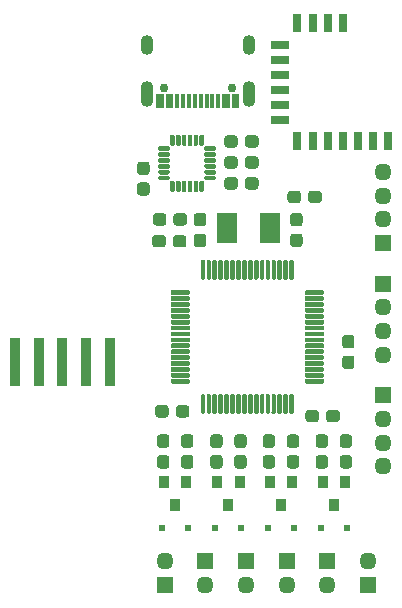
<source format=gbr>
%TF.GenerationSoftware,KiCad,Pcbnew,(5.1.6-0-10_14)*%
%TF.CreationDate,2020-11-30T17:01:27+08:00*%
%TF.ProjectId,Quadrotor,51756164-726f-4746-9f72-2e6b69636164,rev?*%
%TF.SameCoordinates,Original*%
%TF.FileFunction,Soldermask,Top*%
%TF.FilePolarity,Negative*%
%FSLAX46Y46*%
G04 Gerber Fmt 4.6, Leading zero omitted, Abs format (unit mm)*
G04 Created by KiCad (PCBNEW (5.1.6-0-10_14)) date 2020-11-30 17:01:27*
%MOMM*%
%LPD*%
G01*
G04 APERTURE LIST*
%ADD10O,1.450000X1.450000*%
%ADD11R,1.450000X1.450000*%
%ADD12R,0.950000X4.100000*%
%ADD13R,1.800000X2.500000*%
%ADD14R,0.800000X1.500000*%
%ADD15R,1.500000X0.800000*%
%ADD16R,0.900000X1.000000*%
%ADD17R,0.400000X1.250000*%
%ADD18C,0.750000*%
%ADD19O,1.100000X1.700000*%
%ADD20O,1.100000X2.200000*%
%ADD21R,0.600000X0.600000*%
G04 APERTURE END LIST*
D10*
%TO.C,J4*%
X120100000Y-146500000D03*
D11*
X120100000Y-148500000D03*
%TD*%
D12*
%TO.C,U2*%
X107450000Y-129650000D03*
X109450000Y-129650000D03*
X111450000Y-129650000D03*
X113450000Y-129650000D03*
X115450000Y-129650000D03*
%TD*%
D13*
%TO.C,Y1*%
X125350000Y-118250000D03*
X129050000Y-118250000D03*
%TD*%
D14*
%TO.C,U7*%
X131350000Y-100950000D03*
X132630000Y-100950000D03*
X133910000Y-100950000D03*
D15*
X129850000Y-109150000D03*
X129850000Y-107870000D03*
X129850000Y-106590000D03*
X129850000Y-105310000D03*
X129850000Y-104030000D03*
D14*
X131350000Y-110950000D03*
X132630000Y-110950000D03*
X133910000Y-110950000D03*
X135190000Y-110950000D03*
X136470000Y-110950000D03*
X137750000Y-110950000D03*
D15*
X129850000Y-102750000D03*
D14*
X135190000Y-100950000D03*
X139030000Y-110950000D03*
%TD*%
%TO.C,U6*%
G36*
G01*
X123475000Y-111650000D02*
X123475000Y-111450000D01*
G75*
G02*
X123575000Y-111350000I100000J0D01*
G01*
X124325000Y-111350000D01*
G75*
G02*
X124425000Y-111450000I0J-100000D01*
G01*
X124425000Y-111650000D01*
G75*
G02*
X124325000Y-111750000I-100000J0D01*
G01*
X123575000Y-111750000D01*
G75*
G02*
X123475000Y-111650000I0J100000D01*
G01*
G37*
G36*
G01*
X123475000Y-112150000D02*
X123475000Y-111950000D01*
G75*
G02*
X123575000Y-111850000I100000J0D01*
G01*
X124325000Y-111850000D01*
G75*
G02*
X124425000Y-111950000I0J-100000D01*
G01*
X124425000Y-112150000D01*
G75*
G02*
X124325000Y-112250000I-100000J0D01*
G01*
X123575000Y-112250000D01*
G75*
G02*
X123475000Y-112150000I0J100000D01*
G01*
G37*
G36*
G01*
X123475000Y-112650000D02*
X123475000Y-112450000D01*
G75*
G02*
X123575000Y-112350000I100000J0D01*
G01*
X124325000Y-112350000D01*
G75*
G02*
X124425000Y-112450000I0J-100000D01*
G01*
X124425000Y-112650000D01*
G75*
G02*
X124325000Y-112750000I-100000J0D01*
G01*
X123575000Y-112750000D01*
G75*
G02*
X123475000Y-112650000I0J100000D01*
G01*
G37*
G36*
G01*
X123475000Y-113150000D02*
X123475000Y-112950000D01*
G75*
G02*
X123575000Y-112850000I100000J0D01*
G01*
X124325000Y-112850000D01*
G75*
G02*
X124425000Y-112950000I0J-100000D01*
G01*
X124425000Y-113150000D01*
G75*
G02*
X124325000Y-113250000I-100000J0D01*
G01*
X123575000Y-113250000D01*
G75*
G02*
X123475000Y-113150000I0J100000D01*
G01*
G37*
G36*
G01*
X123475000Y-113650000D02*
X123475000Y-113450000D01*
G75*
G02*
X123575000Y-113350000I100000J0D01*
G01*
X124325000Y-113350000D01*
G75*
G02*
X124425000Y-113450000I0J-100000D01*
G01*
X124425000Y-113650000D01*
G75*
G02*
X124325000Y-113750000I-100000J0D01*
G01*
X123575000Y-113750000D01*
G75*
G02*
X123475000Y-113650000I0J100000D01*
G01*
G37*
G36*
G01*
X123475000Y-114150000D02*
X123475000Y-113950000D01*
G75*
G02*
X123575000Y-113850000I100000J0D01*
G01*
X124325000Y-113850000D01*
G75*
G02*
X124425000Y-113950000I0J-100000D01*
G01*
X124425000Y-114150000D01*
G75*
G02*
X124325000Y-114250000I-100000J0D01*
G01*
X123575000Y-114250000D01*
G75*
G02*
X123475000Y-114150000I0J100000D01*
G01*
G37*
G36*
G01*
X123150000Y-114275000D02*
X123350000Y-114275000D01*
G75*
G02*
X123450000Y-114375000I0J-100000D01*
G01*
X123450000Y-115125000D01*
G75*
G02*
X123350000Y-115225000I-100000J0D01*
G01*
X123150000Y-115225000D01*
G75*
G02*
X123050000Y-115125000I0J100000D01*
G01*
X123050000Y-114375000D01*
G75*
G02*
X123150000Y-114275000I100000J0D01*
G01*
G37*
G36*
G01*
X122650000Y-114275000D02*
X122850000Y-114275000D01*
G75*
G02*
X122950000Y-114375000I0J-100000D01*
G01*
X122950000Y-115125000D01*
G75*
G02*
X122850000Y-115225000I-100000J0D01*
G01*
X122650000Y-115225000D01*
G75*
G02*
X122550000Y-115125000I0J100000D01*
G01*
X122550000Y-114375000D01*
G75*
G02*
X122650000Y-114275000I100000J0D01*
G01*
G37*
G36*
G01*
X122150000Y-114275000D02*
X122350000Y-114275000D01*
G75*
G02*
X122450000Y-114375000I0J-100000D01*
G01*
X122450000Y-115125000D01*
G75*
G02*
X122350000Y-115225000I-100000J0D01*
G01*
X122150000Y-115225000D01*
G75*
G02*
X122050000Y-115125000I0J100000D01*
G01*
X122050000Y-114375000D01*
G75*
G02*
X122150000Y-114275000I100000J0D01*
G01*
G37*
G36*
G01*
X121650000Y-114275000D02*
X121850000Y-114275000D01*
G75*
G02*
X121950000Y-114375000I0J-100000D01*
G01*
X121950000Y-115125000D01*
G75*
G02*
X121850000Y-115225000I-100000J0D01*
G01*
X121650000Y-115225000D01*
G75*
G02*
X121550000Y-115125000I0J100000D01*
G01*
X121550000Y-114375000D01*
G75*
G02*
X121650000Y-114275000I100000J0D01*
G01*
G37*
G36*
G01*
X121150000Y-114275000D02*
X121350000Y-114275000D01*
G75*
G02*
X121450000Y-114375000I0J-100000D01*
G01*
X121450000Y-115125000D01*
G75*
G02*
X121350000Y-115225000I-100000J0D01*
G01*
X121150000Y-115225000D01*
G75*
G02*
X121050000Y-115125000I0J100000D01*
G01*
X121050000Y-114375000D01*
G75*
G02*
X121150000Y-114275000I100000J0D01*
G01*
G37*
G36*
G01*
X120650000Y-114275000D02*
X120850000Y-114275000D01*
G75*
G02*
X120950000Y-114375000I0J-100000D01*
G01*
X120950000Y-115125000D01*
G75*
G02*
X120850000Y-115225000I-100000J0D01*
G01*
X120650000Y-115225000D01*
G75*
G02*
X120550000Y-115125000I0J100000D01*
G01*
X120550000Y-114375000D01*
G75*
G02*
X120650000Y-114275000I100000J0D01*
G01*
G37*
G36*
G01*
X119575000Y-114150000D02*
X119575000Y-113950000D01*
G75*
G02*
X119675000Y-113850000I100000J0D01*
G01*
X120425000Y-113850000D01*
G75*
G02*
X120525000Y-113950000I0J-100000D01*
G01*
X120525000Y-114150000D01*
G75*
G02*
X120425000Y-114250000I-100000J0D01*
G01*
X119675000Y-114250000D01*
G75*
G02*
X119575000Y-114150000I0J100000D01*
G01*
G37*
G36*
G01*
X119575000Y-113650000D02*
X119575000Y-113450000D01*
G75*
G02*
X119675000Y-113350000I100000J0D01*
G01*
X120425000Y-113350000D01*
G75*
G02*
X120525000Y-113450000I0J-100000D01*
G01*
X120525000Y-113650000D01*
G75*
G02*
X120425000Y-113750000I-100000J0D01*
G01*
X119675000Y-113750000D01*
G75*
G02*
X119575000Y-113650000I0J100000D01*
G01*
G37*
G36*
G01*
X119575000Y-113150000D02*
X119575000Y-112950000D01*
G75*
G02*
X119675000Y-112850000I100000J0D01*
G01*
X120425000Y-112850000D01*
G75*
G02*
X120525000Y-112950000I0J-100000D01*
G01*
X120525000Y-113150000D01*
G75*
G02*
X120425000Y-113250000I-100000J0D01*
G01*
X119675000Y-113250000D01*
G75*
G02*
X119575000Y-113150000I0J100000D01*
G01*
G37*
G36*
G01*
X119575000Y-112650000D02*
X119575000Y-112450000D01*
G75*
G02*
X119675000Y-112350000I100000J0D01*
G01*
X120425000Y-112350000D01*
G75*
G02*
X120525000Y-112450000I0J-100000D01*
G01*
X120525000Y-112650000D01*
G75*
G02*
X120425000Y-112750000I-100000J0D01*
G01*
X119675000Y-112750000D01*
G75*
G02*
X119575000Y-112650000I0J100000D01*
G01*
G37*
G36*
G01*
X119575000Y-112150000D02*
X119575000Y-111950000D01*
G75*
G02*
X119675000Y-111850000I100000J0D01*
G01*
X120425000Y-111850000D01*
G75*
G02*
X120525000Y-111950000I0J-100000D01*
G01*
X120525000Y-112150000D01*
G75*
G02*
X120425000Y-112250000I-100000J0D01*
G01*
X119675000Y-112250000D01*
G75*
G02*
X119575000Y-112150000I0J100000D01*
G01*
G37*
G36*
G01*
X119575000Y-111650000D02*
X119575000Y-111450000D01*
G75*
G02*
X119675000Y-111350000I100000J0D01*
G01*
X120425000Y-111350000D01*
G75*
G02*
X120525000Y-111450000I0J-100000D01*
G01*
X120525000Y-111650000D01*
G75*
G02*
X120425000Y-111750000I-100000J0D01*
G01*
X119675000Y-111750000D01*
G75*
G02*
X119575000Y-111650000I0J100000D01*
G01*
G37*
G36*
G01*
X120650000Y-110375000D02*
X120850000Y-110375000D01*
G75*
G02*
X120950000Y-110475000I0J-100000D01*
G01*
X120950000Y-111225000D01*
G75*
G02*
X120850000Y-111325000I-100000J0D01*
G01*
X120650000Y-111325000D01*
G75*
G02*
X120550000Y-111225000I0J100000D01*
G01*
X120550000Y-110475000D01*
G75*
G02*
X120650000Y-110375000I100000J0D01*
G01*
G37*
G36*
G01*
X121150000Y-110375000D02*
X121350000Y-110375000D01*
G75*
G02*
X121450000Y-110475000I0J-100000D01*
G01*
X121450000Y-111225000D01*
G75*
G02*
X121350000Y-111325000I-100000J0D01*
G01*
X121150000Y-111325000D01*
G75*
G02*
X121050000Y-111225000I0J100000D01*
G01*
X121050000Y-110475000D01*
G75*
G02*
X121150000Y-110375000I100000J0D01*
G01*
G37*
G36*
G01*
X121650000Y-110375000D02*
X121850000Y-110375000D01*
G75*
G02*
X121950000Y-110475000I0J-100000D01*
G01*
X121950000Y-111225000D01*
G75*
G02*
X121850000Y-111325000I-100000J0D01*
G01*
X121650000Y-111325000D01*
G75*
G02*
X121550000Y-111225000I0J100000D01*
G01*
X121550000Y-110475000D01*
G75*
G02*
X121650000Y-110375000I100000J0D01*
G01*
G37*
G36*
G01*
X122150000Y-110375000D02*
X122350000Y-110375000D01*
G75*
G02*
X122450000Y-110475000I0J-100000D01*
G01*
X122450000Y-111225000D01*
G75*
G02*
X122350000Y-111325000I-100000J0D01*
G01*
X122150000Y-111325000D01*
G75*
G02*
X122050000Y-111225000I0J100000D01*
G01*
X122050000Y-110475000D01*
G75*
G02*
X122150000Y-110375000I100000J0D01*
G01*
G37*
G36*
G01*
X122650000Y-110375000D02*
X122850000Y-110375000D01*
G75*
G02*
X122950000Y-110475000I0J-100000D01*
G01*
X122950000Y-111225000D01*
G75*
G02*
X122850000Y-111325000I-100000J0D01*
G01*
X122650000Y-111325000D01*
G75*
G02*
X122550000Y-111225000I0J100000D01*
G01*
X122550000Y-110475000D01*
G75*
G02*
X122650000Y-110375000I100000J0D01*
G01*
G37*
G36*
G01*
X123150000Y-110375000D02*
X123350000Y-110375000D01*
G75*
G02*
X123450000Y-110475000I0J-100000D01*
G01*
X123450000Y-111225000D01*
G75*
G02*
X123350000Y-111325000I-100000J0D01*
G01*
X123150000Y-111325000D01*
G75*
G02*
X123050000Y-111225000I0J100000D01*
G01*
X123050000Y-110475000D01*
G75*
G02*
X123150000Y-110375000I100000J0D01*
G01*
G37*
%TD*%
%TO.C,U1*%
G36*
G01*
X132050000Y-123550000D02*
X133500000Y-123550000D01*
G75*
G02*
X133600000Y-123650000I0J-100000D01*
G01*
X133600000Y-123850000D01*
G75*
G02*
X133500000Y-123950000I-100000J0D01*
G01*
X132050000Y-123950000D01*
G75*
G02*
X131950000Y-123850000I0J100000D01*
G01*
X131950000Y-123650000D01*
G75*
G02*
X132050000Y-123550000I100000J0D01*
G01*
G37*
G36*
G01*
X132050000Y-124050000D02*
X133500000Y-124050000D01*
G75*
G02*
X133600000Y-124150000I0J-100000D01*
G01*
X133600000Y-124350000D01*
G75*
G02*
X133500000Y-124450000I-100000J0D01*
G01*
X132050000Y-124450000D01*
G75*
G02*
X131950000Y-124350000I0J100000D01*
G01*
X131950000Y-124150000D01*
G75*
G02*
X132050000Y-124050000I100000J0D01*
G01*
G37*
G36*
G01*
X132050000Y-124550000D02*
X133500000Y-124550000D01*
G75*
G02*
X133600000Y-124650000I0J-100000D01*
G01*
X133600000Y-124850000D01*
G75*
G02*
X133500000Y-124950000I-100000J0D01*
G01*
X132050000Y-124950000D01*
G75*
G02*
X131950000Y-124850000I0J100000D01*
G01*
X131950000Y-124650000D01*
G75*
G02*
X132050000Y-124550000I100000J0D01*
G01*
G37*
G36*
G01*
X132050000Y-125050000D02*
X133500000Y-125050000D01*
G75*
G02*
X133600000Y-125150000I0J-100000D01*
G01*
X133600000Y-125350000D01*
G75*
G02*
X133500000Y-125450000I-100000J0D01*
G01*
X132050000Y-125450000D01*
G75*
G02*
X131950000Y-125350000I0J100000D01*
G01*
X131950000Y-125150000D01*
G75*
G02*
X132050000Y-125050000I100000J0D01*
G01*
G37*
G36*
G01*
X132050000Y-125550000D02*
X133500000Y-125550000D01*
G75*
G02*
X133600000Y-125650000I0J-100000D01*
G01*
X133600000Y-125850000D01*
G75*
G02*
X133500000Y-125950000I-100000J0D01*
G01*
X132050000Y-125950000D01*
G75*
G02*
X131950000Y-125850000I0J100000D01*
G01*
X131950000Y-125650000D01*
G75*
G02*
X132050000Y-125550000I100000J0D01*
G01*
G37*
G36*
G01*
X132050000Y-126050000D02*
X133500000Y-126050000D01*
G75*
G02*
X133600000Y-126150000I0J-100000D01*
G01*
X133600000Y-126350000D01*
G75*
G02*
X133500000Y-126450000I-100000J0D01*
G01*
X132050000Y-126450000D01*
G75*
G02*
X131950000Y-126350000I0J100000D01*
G01*
X131950000Y-126150000D01*
G75*
G02*
X132050000Y-126050000I100000J0D01*
G01*
G37*
G36*
G01*
X132050000Y-126550000D02*
X133500000Y-126550000D01*
G75*
G02*
X133600000Y-126650000I0J-100000D01*
G01*
X133600000Y-126850000D01*
G75*
G02*
X133500000Y-126950000I-100000J0D01*
G01*
X132050000Y-126950000D01*
G75*
G02*
X131950000Y-126850000I0J100000D01*
G01*
X131950000Y-126650000D01*
G75*
G02*
X132050000Y-126550000I100000J0D01*
G01*
G37*
G36*
G01*
X132050000Y-127050000D02*
X133500000Y-127050000D01*
G75*
G02*
X133600000Y-127150000I0J-100000D01*
G01*
X133600000Y-127350000D01*
G75*
G02*
X133500000Y-127450000I-100000J0D01*
G01*
X132050000Y-127450000D01*
G75*
G02*
X131950000Y-127350000I0J100000D01*
G01*
X131950000Y-127150000D01*
G75*
G02*
X132050000Y-127050000I100000J0D01*
G01*
G37*
G36*
G01*
X132050000Y-127550000D02*
X133500000Y-127550000D01*
G75*
G02*
X133600000Y-127650000I0J-100000D01*
G01*
X133600000Y-127850000D01*
G75*
G02*
X133500000Y-127950000I-100000J0D01*
G01*
X132050000Y-127950000D01*
G75*
G02*
X131950000Y-127850000I0J100000D01*
G01*
X131950000Y-127650000D01*
G75*
G02*
X132050000Y-127550000I100000J0D01*
G01*
G37*
G36*
G01*
X132050000Y-128050000D02*
X133500000Y-128050000D01*
G75*
G02*
X133600000Y-128150000I0J-100000D01*
G01*
X133600000Y-128350000D01*
G75*
G02*
X133500000Y-128450000I-100000J0D01*
G01*
X132050000Y-128450000D01*
G75*
G02*
X131950000Y-128350000I0J100000D01*
G01*
X131950000Y-128150000D01*
G75*
G02*
X132050000Y-128050000I100000J0D01*
G01*
G37*
G36*
G01*
X132050000Y-128550000D02*
X133500000Y-128550000D01*
G75*
G02*
X133600000Y-128650000I0J-100000D01*
G01*
X133600000Y-128850000D01*
G75*
G02*
X133500000Y-128950000I-100000J0D01*
G01*
X132050000Y-128950000D01*
G75*
G02*
X131950000Y-128850000I0J100000D01*
G01*
X131950000Y-128650000D01*
G75*
G02*
X132050000Y-128550000I100000J0D01*
G01*
G37*
G36*
G01*
X132050000Y-129050000D02*
X133500000Y-129050000D01*
G75*
G02*
X133600000Y-129150000I0J-100000D01*
G01*
X133600000Y-129350000D01*
G75*
G02*
X133500000Y-129450000I-100000J0D01*
G01*
X132050000Y-129450000D01*
G75*
G02*
X131950000Y-129350000I0J100000D01*
G01*
X131950000Y-129150000D01*
G75*
G02*
X132050000Y-129050000I100000J0D01*
G01*
G37*
G36*
G01*
X132050000Y-129550000D02*
X133500000Y-129550000D01*
G75*
G02*
X133600000Y-129650000I0J-100000D01*
G01*
X133600000Y-129850000D01*
G75*
G02*
X133500000Y-129950000I-100000J0D01*
G01*
X132050000Y-129950000D01*
G75*
G02*
X131950000Y-129850000I0J100000D01*
G01*
X131950000Y-129650000D01*
G75*
G02*
X132050000Y-129550000I100000J0D01*
G01*
G37*
G36*
G01*
X132050000Y-130050000D02*
X133500000Y-130050000D01*
G75*
G02*
X133600000Y-130150000I0J-100000D01*
G01*
X133600000Y-130350000D01*
G75*
G02*
X133500000Y-130450000I-100000J0D01*
G01*
X132050000Y-130450000D01*
G75*
G02*
X131950000Y-130350000I0J100000D01*
G01*
X131950000Y-130150000D01*
G75*
G02*
X132050000Y-130050000I100000J0D01*
G01*
G37*
G36*
G01*
X132050000Y-130550000D02*
X133500000Y-130550000D01*
G75*
G02*
X133600000Y-130650000I0J-100000D01*
G01*
X133600000Y-130850000D01*
G75*
G02*
X133500000Y-130950000I-100000J0D01*
G01*
X132050000Y-130950000D01*
G75*
G02*
X131950000Y-130850000I0J100000D01*
G01*
X131950000Y-130650000D01*
G75*
G02*
X132050000Y-130550000I100000J0D01*
G01*
G37*
G36*
G01*
X132050000Y-131050000D02*
X133500000Y-131050000D01*
G75*
G02*
X133600000Y-131150000I0J-100000D01*
G01*
X133600000Y-131350000D01*
G75*
G02*
X133500000Y-131450000I-100000J0D01*
G01*
X132050000Y-131450000D01*
G75*
G02*
X131950000Y-131350000I0J100000D01*
G01*
X131950000Y-131150000D01*
G75*
G02*
X132050000Y-131050000I100000J0D01*
G01*
G37*
G36*
G01*
X130750000Y-132350000D02*
X130950000Y-132350000D01*
G75*
G02*
X131050000Y-132450000I0J-100000D01*
G01*
X131050000Y-133900000D01*
G75*
G02*
X130950000Y-134000000I-100000J0D01*
G01*
X130750000Y-134000000D01*
G75*
G02*
X130650000Y-133900000I0J100000D01*
G01*
X130650000Y-132450000D01*
G75*
G02*
X130750000Y-132350000I100000J0D01*
G01*
G37*
G36*
G01*
X130250000Y-132350000D02*
X130450000Y-132350000D01*
G75*
G02*
X130550000Y-132450000I0J-100000D01*
G01*
X130550000Y-133900000D01*
G75*
G02*
X130450000Y-134000000I-100000J0D01*
G01*
X130250000Y-134000000D01*
G75*
G02*
X130150000Y-133900000I0J100000D01*
G01*
X130150000Y-132450000D01*
G75*
G02*
X130250000Y-132350000I100000J0D01*
G01*
G37*
G36*
G01*
X129750000Y-132350000D02*
X129950000Y-132350000D01*
G75*
G02*
X130050000Y-132450000I0J-100000D01*
G01*
X130050000Y-133900000D01*
G75*
G02*
X129950000Y-134000000I-100000J0D01*
G01*
X129750000Y-134000000D01*
G75*
G02*
X129650000Y-133900000I0J100000D01*
G01*
X129650000Y-132450000D01*
G75*
G02*
X129750000Y-132350000I100000J0D01*
G01*
G37*
G36*
G01*
X129250000Y-132350000D02*
X129450000Y-132350000D01*
G75*
G02*
X129550000Y-132450000I0J-100000D01*
G01*
X129550000Y-133900000D01*
G75*
G02*
X129450000Y-134000000I-100000J0D01*
G01*
X129250000Y-134000000D01*
G75*
G02*
X129150000Y-133900000I0J100000D01*
G01*
X129150000Y-132450000D01*
G75*
G02*
X129250000Y-132350000I100000J0D01*
G01*
G37*
G36*
G01*
X128750000Y-132350000D02*
X128950000Y-132350000D01*
G75*
G02*
X129050000Y-132450000I0J-100000D01*
G01*
X129050000Y-133900000D01*
G75*
G02*
X128950000Y-134000000I-100000J0D01*
G01*
X128750000Y-134000000D01*
G75*
G02*
X128650000Y-133900000I0J100000D01*
G01*
X128650000Y-132450000D01*
G75*
G02*
X128750000Y-132350000I100000J0D01*
G01*
G37*
G36*
G01*
X128250000Y-132350000D02*
X128450000Y-132350000D01*
G75*
G02*
X128550000Y-132450000I0J-100000D01*
G01*
X128550000Y-133900000D01*
G75*
G02*
X128450000Y-134000000I-100000J0D01*
G01*
X128250000Y-134000000D01*
G75*
G02*
X128150000Y-133900000I0J100000D01*
G01*
X128150000Y-132450000D01*
G75*
G02*
X128250000Y-132350000I100000J0D01*
G01*
G37*
G36*
G01*
X127750000Y-132350000D02*
X127950000Y-132350000D01*
G75*
G02*
X128050000Y-132450000I0J-100000D01*
G01*
X128050000Y-133900000D01*
G75*
G02*
X127950000Y-134000000I-100000J0D01*
G01*
X127750000Y-134000000D01*
G75*
G02*
X127650000Y-133900000I0J100000D01*
G01*
X127650000Y-132450000D01*
G75*
G02*
X127750000Y-132350000I100000J0D01*
G01*
G37*
G36*
G01*
X127250000Y-132350000D02*
X127450000Y-132350000D01*
G75*
G02*
X127550000Y-132450000I0J-100000D01*
G01*
X127550000Y-133900000D01*
G75*
G02*
X127450000Y-134000000I-100000J0D01*
G01*
X127250000Y-134000000D01*
G75*
G02*
X127150000Y-133900000I0J100000D01*
G01*
X127150000Y-132450000D01*
G75*
G02*
X127250000Y-132350000I100000J0D01*
G01*
G37*
G36*
G01*
X126750000Y-132350000D02*
X126950000Y-132350000D01*
G75*
G02*
X127050000Y-132450000I0J-100000D01*
G01*
X127050000Y-133900000D01*
G75*
G02*
X126950000Y-134000000I-100000J0D01*
G01*
X126750000Y-134000000D01*
G75*
G02*
X126650000Y-133900000I0J100000D01*
G01*
X126650000Y-132450000D01*
G75*
G02*
X126750000Y-132350000I100000J0D01*
G01*
G37*
G36*
G01*
X126250000Y-132350000D02*
X126450000Y-132350000D01*
G75*
G02*
X126550000Y-132450000I0J-100000D01*
G01*
X126550000Y-133900000D01*
G75*
G02*
X126450000Y-134000000I-100000J0D01*
G01*
X126250000Y-134000000D01*
G75*
G02*
X126150000Y-133900000I0J100000D01*
G01*
X126150000Y-132450000D01*
G75*
G02*
X126250000Y-132350000I100000J0D01*
G01*
G37*
G36*
G01*
X125750000Y-132350000D02*
X125950000Y-132350000D01*
G75*
G02*
X126050000Y-132450000I0J-100000D01*
G01*
X126050000Y-133900000D01*
G75*
G02*
X125950000Y-134000000I-100000J0D01*
G01*
X125750000Y-134000000D01*
G75*
G02*
X125650000Y-133900000I0J100000D01*
G01*
X125650000Y-132450000D01*
G75*
G02*
X125750000Y-132350000I100000J0D01*
G01*
G37*
G36*
G01*
X125250000Y-132350000D02*
X125450000Y-132350000D01*
G75*
G02*
X125550000Y-132450000I0J-100000D01*
G01*
X125550000Y-133900000D01*
G75*
G02*
X125450000Y-134000000I-100000J0D01*
G01*
X125250000Y-134000000D01*
G75*
G02*
X125150000Y-133900000I0J100000D01*
G01*
X125150000Y-132450000D01*
G75*
G02*
X125250000Y-132350000I100000J0D01*
G01*
G37*
G36*
G01*
X124750000Y-132350000D02*
X124950000Y-132350000D01*
G75*
G02*
X125050000Y-132450000I0J-100000D01*
G01*
X125050000Y-133900000D01*
G75*
G02*
X124950000Y-134000000I-100000J0D01*
G01*
X124750000Y-134000000D01*
G75*
G02*
X124650000Y-133900000I0J100000D01*
G01*
X124650000Y-132450000D01*
G75*
G02*
X124750000Y-132350000I100000J0D01*
G01*
G37*
G36*
G01*
X124250000Y-132350000D02*
X124450000Y-132350000D01*
G75*
G02*
X124550000Y-132450000I0J-100000D01*
G01*
X124550000Y-133900000D01*
G75*
G02*
X124450000Y-134000000I-100000J0D01*
G01*
X124250000Y-134000000D01*
G75*
G02*
X124150000Y-133900000I0J100000D01*
G01*
X124150000Y-132450000D01*
G75*
G02*
X124250000Y-132350000I100000J0D01*
G01*
G37*
G36*
G01*
X123750000Y-132350000D02*
X123950000Y-132350000D01*
G75*
G02*
X124050000Y-132450000I0J-100000D01*
G01*
X124050000Y-133900000D01*
G75*
G02*
X123950000Y-134000000I-100000J0D01*
G01*
X123750000Y-134000000D01*
G75*
G02*
X123650000Y-133900000I0J100000D01*
G01*
X123650000Y-132450000D01*
G75*
G02*
X123750000Y-132350000I100000J0D01*
G01*
G37*
G36*
G01*
X123250000Y-132350000D02*
X123450000Y-132350000D01*
G75*
G02*
X123550000Y-132450000I0J-100000D01*
G01*
X123550000Y-133900000D01*
G75*
G02*
X123450000Y-134000000I-100000J0D01*
G01*
X123250000Y-134000000D01*
G75*
G02*
X123150000Y-133900000I0J100000D01*
G01*
X123150000Y-132450000D01*
G75*
G02*
X123250000Y-132350000I100000J0D01*
G01*
G37*
G36*
G01*
X120700000Y-131050000D02*
X122150000Y-131050000D01*
G75*
G02*
X122250000Y-131150000I0J-100000D01*
G01*
X122250000Y-131350000D01*
G75*
G02*
X122150000Y-131450000I-100000J0D01*
G01*
X120700000Y-131450000D01*
G75*
G02*
X120600000Y-131350000I0J100000D01*
G01*
X120600000Y-131150000D01*
G75*
G02*
X120700000Y-131050000I100000J0D01*
G01*
G37*
G36*
G01*
X120700000Y-130550000D02*
X122150000Y-130550000D01*
G75*
G02*
X122250000Y-130650000I0J-100000D01*
G01*
X122250000Y-130850000D01*
G75*
G02*
X122150000Y-130950000I-100000J0D01*
G01*
X120700000Y-130950000D01*
G75*
G02*
X120600000Y-130850000I0J100000D01*
G01*
X120600000Y-130650000D01*
G75*
G02*
X120700000Y-130550000I100000J0D01*
G01*
G37*
G36*
G01*
X120700000Y-130050000D02*
X122150000Y-130050000D01*
G75*
G02*
X122250000Y-130150000I0J-100000D01*
G01*
X122250000Y-130350000D01*
G75*
G02*
X122150000Y-130450000I-100000J0D01*
G01*
X120700000Y-130450000D01*
G75*
G02*
X120600000Y-130350000I0J100000D01*
G01*
X120600000Y-130150000D01*
G75*
G02*
X120700000Y-130050000I100000J0D01*
G01*
G37*
G36*
G01*
X120700000Y-129550000D02*
X122150000Y-129550000D01*
G75*
G02*
X122250000Y-129650000I0J-100000D01*
G01*
X122250000Y-129850000D01*
G75*
G02*
X122150000Y-129950000I-100000J0D01*
G01*
X120700000Y-129950000D01*
G75*
G02*
X120600000Y-129850000I0J100000D01*
G01*
X120600000Y-129650000D01*
G75*
G02*
X120700000Y-129550000I100000J0D01*
G01*
G37*
G36*
G01*
X120700000Y-129050000D02*
X122150000Y-129050000D01*
G75*
G02*
X122250000Y-129150000I0J-100000D01*
G01*
X122250000Y-129350000D01*
G75*
G02*
X122150000Y-129450000I-100000J0D01*
G01*
X120700000Y-129450000D01*
G75*
G02*
X120600000Y-129350000I0J100000D01*
G01*
X120600000Y-129150000D01*
G75*
G02*
X120700000Y-129050000I100000J0D01*
G01*
G37*
G36*
G01*
X120700000Y-128550000D02*
X122150000Y-128550000D01*
G75*
G02*
X122250000Y-128650000I0J-100000D01*
G01*
X122250000Y-128850000D01*
G75*
G02*
X122150000Y-128950000I-100000J0D01*
G01*
X120700000Y-128950000D01*
G75*
G02*
X120600000Y-128850000I0J100000D01*
G01*
X120600000Y-128650000D01*
G75*
G02*
X120700000Y-128550000I100000J0D01*
G01*
G37*
G36*
G01*
X120700000Y-128050000D02*
X122150000Y-128050000D01*
G75*
G02*
X122250000Y-128150000I0J-100000D01*
G01*
X122250000Y-128350000D01*
G75*
G02*
X122150000Y-128450000I-100000J0D01*
G01*
X120700000Y-128450000D01*
G75*
G02*
X120600000Y-128350000I0J100000D01*
G01*
X120600000Y-128150000D01*
G75*
G02*
X120700000Y-128050000I100000J0D01*
G01*
G37*
G36*
G01*
X120700000Y-127550000D02*
X122150000Y-127550000D01*
G75*
G02*
X122250000Y-127650000I0J-100000D01*
G01*
X122250000Y-127850000D01*
G75*
G02*
X122150000Y-127950000I-100000J0D01*
G01*
X120700000Y-127950000D01*
G75*
G02*
X120600000Y-127850000I0J100000D01*
G01*
X120600000Y-127650000D01*
G75*
G02*
X120700000Y-127550000I100000J0D01*
G01*
G37*
G36*
G01*
X120700000Y-127050000D02*
X122150000Y-127050000D01*
G75*
G02*
X122250000Y-127150000I0J-100000D01*
G01*
X122250000Y-127350000D01*
G75*
G02*
X122150000Y-127450000I-100000J0D01*
G01*
X120700000Y-127450000D01*
G75*
G02*
X120600000Y-127350000I0J100000D01*
G01*
X120600000Y-127150000D01*
G75*
G02*
X120700000Y-127050000I100000J0D01*
G01*
G37*
G36*
G01*
X120700000Y-126550000D02*
X122150000Y-126550000D01*
G75*
G02*
X122250000Y-126650000I0J-100000D01*
G01*
X122250000Y-126850000D01*
G75*
G02*
X122150000Y-126950000I-100000J0D01*
G01*
X120700000Y-126950000D01*
G75*
G02*
X120600000Y-126850000I0J100000D01*
G01*
X120600000Y-126650000D01*
G75*
G02*
X120700000Y-126550000I100000J0D01*
G01*
G37*
G36*
G01*
X120700000Y-126050000D02*
X122150000Y-126050000D01*
G75*
G02*
X122250000Y-126150000I0J-100000D01*
G01*
X122250000Y-126350000D01*
G75*
G02*
X122150000Y-126450000I-100000J0D01*
G01*
X120700000Y-126450000D01*
G75*
G02*
X120600000Y-126350000I0J100000D01*
G01*
X120600000Y-126150000D01*
G75*
G02*
X120700000Y-126050000I100000J0D01*
G01*
G37*
G36*
G01*
X120700000Y-125550000D02*
X122150000Y-125550000D01*
G75*
G02*
X122250000Y-125650000I0J-100000D01*
G01*
X122250000Y-125850000D01*
G75*
G02*
X122150000Y-125950000I-100000J0D01*
G01*
X120700000Y-125950000D01*
G75*
G02*
X120600000Y-125850000I0J100000D01*
G01*
X120600000Y-125650000D01*
G75*
G02*
X120700000Y-125550000I100000J0D01*
G01*
G37*
G36*
G01*
X120700000Y-125050000D02*
X122150000Y-125050000D01*
G75*
G02*
X122250000Y-125150000I0J-100000D01*
G01*
X122250000Y-125350000D01*
G75*
G02*
X122150000Y-125450000I-100000J0D01*
G01*
X120700000Y-125450000D01*
G75*
G02*
X120600000Y-125350000I0J100000D01*
G01*
X120600000Y-125150000D01*
G75*
G02*
X120700000Y-125050000I100000J0D01*
G01*
G37*
G36*
G01*
X120700000Y-124550000D02*
X122150000Y-124550000D01*
G75*
G02*
X122250000Y-124650000I0J-100000D01*
G01*
X122250000Y-124850000D01*
G75*
G02*
X122150000Y-124950000I-100000J0D01*
G01*
X120700000Y-124950000D01*
G75*
G02*
X120600000Y-124850000I0J100000D01*
G01*
X120600000Y-124650000D01*
G75*
G02*
X120700000Y-124550000I100000J0D01*
G01*
G37*
G36*
G01*
X120700000Y-124050000D02*
X122150000Y-124050000D01*
G75*
G02*
X122250000Y-124150000I0J-100000D01*
G01*
X122250000Y-124350000D01*
G75*
G02*
X122150000Y-124450000I-100000J0D01*
G01*
X120700000Y-124450000D01*
G75*
G02*
X120600000Y-124350000I0J100000D01*
G01*
X120600000Y-124150000D01*
G75*
G02*
X120700000Y-124050000I100000J0D01*
G01*
G37*
G36*
G01*
X120700000Y-123550000D02*
X122150000Y-123550000D01*
G75*
G02*
X122250000Y-123650000I0J-100000D01*
G01*
X122250000Y-123850000D01*
G75*
G02*
X122150000Y-123950000I-100000J0D01*
G01*
X120700000Y-123950000D01*
G75*
G02*
X120600000Y-123850000I0J100000D01*
G01*
X120600000Y-123650000D01*
G75*
G02*
X120700000Y-123550000I100000J0D01*
G01*
G37*
G36*
G01*
X123250000Y-121000000D02*
X123450000Y-121000000D01*
G75*
G02*
X123550000Y-121100000I0J-100000D01*
G01*
X123550000Y-122550000D01*
G75*
G02*
X123450000Y-122650000I-100000J0D01*
G01*
X123250000Y-122650000D01*
G75*
G02*
X123150000Y-122550000I0J100000D01*
G01*
X123150000Y-121100000D01*
G75*
G02*
X123250000Y-121000000I100000J0D01*
G01*
G37*
G36*
G01*
X123750000Y-121000000D02*
X123950000Y-121000000D01*
G75*
G02*
X124050000Y-121100000I0J-100000D01*
G01*
X124050000Y-122550000D01*
G75*
G02*
X123950000Y-122650000I-100000J0D01*
G01*
X123750000Y-122650000D01*
G75*
G02*
X123650000Y-122550000I0J100000D01*
G01*
X123650000Y-121100000D01*
G75*
G02*
X123750000Y-121000000I100000J0D01*
G01*
G37*
G36*
G01*
X124250000Y-121000000D02*
X124450000Y-121000000D01*
G75*
G02*
X124550000Y-121100000I0J-100000D01*
G01*
X124550000Y-122550000D01*
G75*
G02*
X124450000Y-122650000I-100000J0D01*
G01*
X124250000Y-122650000D01*
G75*
G02*
X124150000Y-122550000I0J100000D01*
G01*
X124150000Y-121100000D01*
G75*
G02*
X124250000Y-121000000I100000J0D01*
G01*
G37*
G36*
G01*
X124750000Y-121000000D02*
X124950000Y-121000000D01*
G75*
G02*
X125050000Y-121100000I0J-100000D01*
G01*
X125050000Y-122550000D01*
G75*
G02*
X124950000Y-122650000I-100000J0D01*
G01*
X124750000Y-122650000D01*
G75*
G02*
X124650000Y-122550000I0J100000D01*
G01*
X124650000Y-121100000D01*
G75*
G02*
X124750000Y-121000000I100000J0D01*
G01*
G37*
G36*
G01*
X125250000Y-121000000D02*
X125450000Y-121000000D01*
G75*
G02*
X125550000Y-121100000I0J-100000D01*
G01*
X125550000Y-122550000D01*
G75*
G02*
X125450000Y-122650000I-100000J0D01*
G01*
X125250000Y-122650000D01*
G75*
G02*
X125150000Y-122550000I0J100000D01*
G01*
X125150000Y-121100000D01*
G75*
G02*
X125250000Y-121000000I100000J0D01*
G01*
G37*
G36*
G01*
X125750000Y-121000000D02*
X125950000Y-121000000D01*
G75*
G02*
X126050000Y-121100000I0J-100000D01*
G01*
X126050000Y-122550000D01*
G75*
G02*
X125950000Y-122650000I-100000J0D01*
G01*
X125750000Y-122650000D01*
G75*
G02*
X125650000Y-122550000I0J100000D01*
G01*
X125650000Y-121100000D01*
G75*
G02*
X125750000Y-121000000I100000J0D01*
G01*
G37*
G36*
G01*
X126250000Y-121000000D02*
X126450000Y-121000000D01*
G75*
G02*
X126550000Y-121100000I0J-100000D01*
G01*
X126550000Y-122550000D01*
G75*
G02*
X126450000Y-122650000I-100000J0D01*
G01*
X126250000Y-122650000D01*
G75*
G02*
X126150000Y-122550000I0J100000D01*
G01*
X126150000Y-121100000D01*
G75*
G02*
X126250000Y-121000000I100000J0D01*
G01*
G37*
G36*
G01*
X126750000Y-121000000D02*
X126950000Y-121000000D01*
G75*
G02*
X127050000Y-121100000I0J-100000D01*
G01*
X127050000Y-122550000D01*
G75*
G02*
X126950000Y-122650000I-100000J0D01*
G01*
X126750000Y-122650000D01*
G75*
G02*
X126650000Y-122550000I0J100000D01*
G01*
X126650000Y-121100000D01*
G75*
G02*
X126750000Y-121000000I100000J0D01*
G01*
G37*
G36*
G01*
X127250000Y-121000000D02*
X127450000Y-121000000D01*
G75*
G02*
X127550000Y-121100000I0J-100000D01*
G01*
X127550000Y-122550000D01*
G75*
G02*
X127450000Y-122650000I-100000J0D01*
G01*
X127250000Y-122650000D01*
G75*
G02*
X127150000Y-122550000I0J100000D01*
G01*
X127150000Y-121100000D01*
G75*
G02*
X127250000Y-121000000I100000J0D01*
G01*
G37*
G36*
G01*
X127750000Y-121000000D02*
X127950000Y-121000000D01*
G75*
G02*
X128050000Y-121100000I0J-100000D01*
G01*
X128050000Y-122550000D01*
G75*
G02*
X127950000Y-122650000I-100000J0D01*
G01*
X127750000Y-122650000D01*
G75*
G02*
X127650000Y-122550000I0J100000D01*
G01*
X127650000Y-121100000D01*
G75*
G02*
X127750000Y-121000000I100000J0D01*
G01*
G37*
G36*
G01*
X128250000Y-121000000D02*
X128450000Y-121000000D01*
G75*
G02*
X128550000Y-121100000I0J-100000D01*
G01*
X128550000Y-122550000D01*
G75*
G02*
X128450000Y-122650000I-100000J0D01*
G01*
X128250000Y-122650000D01*
G75*
G02*
X128150000Y-122550000I0J100000D01*
G01*
X128150000Y-121100000D01*
G75*
G02*
X128250000Y-121000000I100000J0D01*
G01*
G37*
G36*
G01*
X128750000Y-121000000D02*
X128950000Y-121000000D01*
G75*
G02*
X129050000Y-121100000I0J-100000D01*
G01*
X129050000Y-122550000D01*
G75*
G02*
X128950000Y-122650000I-100000J0D01*
G01*
X128750000Y-122650000D01*
G75*
G02*
X128650000Y-122550000I0J100000D01*
G01*
X128650000Y-121100000D01*
G75*
G02*
X128750000Y-121000000I100000J0D01*
G01*
G37*
G36*
G01*
X129250000Y-121000000D02*
X129450000Y-121000000D01*
G75*
G02*
X129550000Y-121100000I0J-100000D01*
G01*
X129550000Y-122550000D01*
G75*
G02*
X129450000Y-122650000I-100000J0D01*
G01*
X129250000Y-122650000D01*
G75*
G02*
X129150000Y-122550000I0J100000D01*
G01*
X129150000Y-121100000D01*
G75*
G02*
X129250000Y-121000000I100000J0D01*
G01*
G37*
G36*
G01*
X129750000Y-121000000D02*
X129950000Y-121000000D01*
G75*
G02*
X130050000Y-121100000I0J-100000D01*
G01*
X130050000Y-122550000D01*
G75*
G02*
X129950000Y-122650000I-100000J0D01*
G01*
X129750000Y-122650000D01*
G75*
G02*
X129650000Y-122550000I0J100000D01*
G01*
X129650000Y-121100000D01*
G75*
G02*
X129750000Y-121000000I100000J0D01*
G01*
G37*
G36*
G01*
X130250000Y-121000000D02*
X130450000Y-121000000D01*
G75*
G02*
X130550000Y-121100000I0J-100000D01*
G01*
X130550000Y-122550000D01*
G75*
G02*
X130450000Y-122650000I-100000J0D01*
G01*
X130250000Y-122650000D01*
G75*
G02*
X130150000Y-122550000I0J100000D01*
G01*
X130150000Y-121100000D01*
G75*
G02*
X130250000Y-121000000I100000J0D01*
G01*
G37*
G36*
G01*
X130750000Y-121000000D02*
X130950000Y-121000000D01*
G75*
G02*
X131050000Y-121100000I0J-100000D01*
G01*
X131050000Y-122550000D01*
G75*
G02*
X130950000Y-122650000I-100000J0D01*
G01*
X130750000Y-122650000D01*
G75*
G02*
X130650000Y-122550000I0J100000D01*
G01*
X130650000Y-121100000D01*
G75*
G02*
X130750000Y-121000000I100000J0D01*
G01*
G37*
%TD*%
%TO.C,R24*%
G36*
G01*
X133672500Y-136900000D02*
X133147500Y-136900000D01*
G75*
G02*
X132885000Y-136637500I0J262500D01*
G01*
X132885000Y-136012500D01*
G75*
G02*
X133147500Y-135750000I262500J0D01*
G01*
X133672500Y-135750000D01*
G75*
G02*
X133935000Y-136012500I0J-262500D01*
G01*
X133935000Y-136637500D01*
G75*
G02*
X133672500Y-136900000I-262500J0D01*
G01*
G37*
G36*
G01*
X133672500Y-138650000D02*
X133147500Y-138650000D01*
G75*
G02*
X132885000Y-138387500I0J262500D01*
G01*
X132885000Y-137762500D01*
G75*
G02*
X133147500Y-137500000I262500J0D01*
G01*
X133672500Y-137500000D01*
G75*
G02*
X133935000Y-137762500I0J-262500D01*
G01*
X133935000Y-138387500D01*
G75*
G02*
X133672500Y-138650000I-262500J0D01*
G01*
G37*
%TD*%
%TO.C,R23*%
G36*
G01*
X124742500Y-136900000D02*
X124217500Y-136900000D01*
G75*
G02*
X123955000Y-136637500I0J262500D01*
G01*
X123955000Y-136012500D01*
G75*
G02*
X124217500Y-135750000I262500J0D01*
G01*
X124742500Y-135750000D01*
G75*
G02*
X125005000Y-136012500I0J-262500D01*
G01*
X125005000Y-136637500D01*
G75*
G02*
X124742500Y-136900000I-262500J0D01*
G01*
G37*
G36*
G01*
X124742500Y-138650000D02*
X124217500Y-138650000D01*
G75*
G02*
X123955000Y-138387500I0J262500D01*
G01*
X123955000Y-137762500D01*
G75*
G02*
X124217500Y-137500000I262500J0D01*
G01*
X124742500Y-137500000D01*
G75*
G02*
X125005000Y-137762500I0J-262500D01*
G01*
X125005000Y-138387500D01*
G75*
G02*
X124742500Y-138650000I-262500J0D01*
G01*
G37*
%TD*%
%TO.C,R22*%
G36*
G01*
X135712500Y-136900000D02*
X135187500Y-136900000D01*
G75*
G02*
X134925000Y-136637500I0J262500D01*
G01*
X134925000Y-136012500D01*
G75*
G02*
X135187500Y-135750000I262500J0D01*
G01*
X135712500Y-135750000D01*
G75*
G02*
X135975000Y-136012500I0J-262500D01*
G01*
X135975000Y-136637500D01*
G75*
G02*
X135712500Y-136900000I-262500J0D01*
G01*
G37*
G36*
G01*
X135712500Y-138650000D02*
X135187500Y-138650000D01*
G75*
G02*
X134925000Y-138387500I0J262500D01*
G01*
X134925000Y-137762500D01*
G75*
G02*
X135187500Y-137500000I262500J0D01*
G01*
X135712500Y-137500000D01*
G75*
G02*
X135975000Y-137762500I0J-262500D01*
G01*
X135975000Y-138387500D01*
G75*
G02*
X135712500Y-138650000I-262500J0D01*
G01*
G37*
%TD*%
%TO.C,R21*%
G36*
G01*
X126782500Y-136900000D02*
X126257500Y-136900000D01*
G75*
G02*
X125995000Y-136637500I0J262500D01*
G01*
X125995000Y-136012500D01*
G75*
G02*
X126257500Y-135750000I262500J0D01*
G01*
X126782500Y-135750000D01*
G75*
G02*
X127045000Y-136012500I0J-262500D01*
G01*
X127045000Y-136637500D01*
G75*
G02*
X126782500Y-136900000I-262500J0D01*
G01*
G37*
G36*
G01*
X126782500Y-138650000D02*
X126257500Y-138650000D01*
G75*
G02*
X125995000Y-138387500I0J262500D01*
G01*
X125995000Y-137762500D01*
G75*
G02*
X126257500Y-137500000I262500J0D01*
G01*
X126782500Y-137500000D01*
G75*
G02*
X127045000Y-137762500I0J-262500D01*
G01*
X127045000Y-138387500D01*
G75*
G02*
X126782500Y-138650000I-262500J0D01*
G01*
G37*
%TD*%
%TO.C,R20*%
G36*
G01*
X129192500Y-136900000D02*
X128667500Y-136900000D01*
G75*
G02*
X128405000Y-136637500I0J262500D01*
G01*
X128405000Y-136012500D01*
G75*
G02*
X128667500Y-135750000I262500J0D01*
G01*
X129192500Y-135750000D01*
G75*
G02*
X129455000Y-136012500I0J-262500D01*
G01*
X129455000Y-136637500D01*
G75*
G02*
X129192500Y-136900000I-262500J0D01*
G01*
G37*
G36*
G01*
X129192500Y-138650000D02*
X128667500Y-138650000D01*
G75*
G02*
X128405000Y-138387500I0J262500D01*
G01*
X128405000Y-137762500D01*
G75*
G02*
X128667500Y-137500000I262500J0D01*
G01*
X129192500Y-137500000D01*
G75*
G02*
X129455000Y-137762500I0J-262500D01*
G01*
X129455000Y-138387500D01*
G75*
G02*
X129192500Y-138650000I-262500J0D01*
G01*
G37*
%TD*%
%TO.C,R19*%
G36*
G01*
X120242500Y-136900000D02*
X119717500Y-136900000D01*
G75*
G02*
X119455000Y-136637500I0J262500D01*
G01*
X119455000Y-136012500D01*
G75*
G02*
X119717500Y-135750000I262500J0D01*
G01*
X120242500Y-135750000D01*
G75*
G02*
X120505000Y-136012500I0J-262500D01*
G01*
X120505000Y-136637500D01*
G75*
G02*
X120242500Y-136900000I-262500J0D01*
G01*
G37*
G36*
G01*
X120242500Y-138650000D02*
X119717500Y-138650000D01*
G75*
G02*
X119455000Y-138387500I0J262500D01*
G01*
X119455000Y-137762500D01*
G75*
G02*
X119717500Y-137500000I262500J0D01*
G01*
X120242500Y-137500000D01*
G75*
G02*
X120505000Y-137762500I0J-262500D01*
G01*
X120505000Y-138387500D01*
G75*
G02*
X120242500Y-138650000I-262500J0D01*
G01*
G37*
%TD*%
%TO.C,R18*%
G36*
G01*
X131232500Y-136900000D02*
X130707500Y-136900000D01*
G75*
G02*
X130445000Y-136637500I0J262500D01*
G01*
X130445000Y-136012500D01*
G75*
G02*
X130707500Y-135750000I262500J0D01*
G01*
X131232500Y-135750000D01*
G75*
G02*
X131495000Y-136012500I0J-262500D01*
G01*
X131495000Y-136637500D01*
G75*
G02*
X131232500Y-136900000I-262500J0D01*
G01*
G37*
G36*
G01*
X131232500Y-138650000D02*
X130707500Y-138650000D01*
G75*
G02*
X130445000Y-138387500I0J262500D01*
G01*
X130445000Y-137762500D01*
G75*
G02*
X130707500Y-137500000I262500J0D01*
G01*
X131232500Y-137500000D01*
G75*
G02*
X131495000Y-137762500I0J-262500D01*
G01*
X131495000Y-138387500D01*
G75*
G02*
X131232500Y-138650000I-262500J0D01*
G01*
G37*
%TD*%
%TO.C,R17*%
G36*
G01*
X122282500Y-136900000D02*
X121757500Y-136900000D01*
G75*
G02*
X121495000Y-136637500I0J262500D01*
G01*
X121495000Y-136012500D01*
G75*
G02*
X121757500Y-135750000I262500J0D01*
G01*
X122282500Y-135750000D01*
G75*
G02*
X122545000Y-136012500I0J-262500D01*
G01*
X122545000Y-136637500D01*
G75*
G02*
X122282500Y-136900000I-262500J0D01*
G01*
G37*
G36*
G01*
X122282500Y-138650000D02*
X121757500Y-138650000D01*
G75*
G02*
X121495000Y-138387500I0J262500D01*
G01*
X121495000Y-137762500D01*
G75*
G02*
X121757500Y-137500000I262500J0D01*
G01*
X122282500Y-137500000D01*
G75*
G02*
X122545000Y-137762500I0J-262500D01*
G01*
X122545000Y-138387500D01*
G75*
G02*
X122282500Y-138650000I-262500J0D01*
G01*
G37*
%TD*%
%TO.C,R8*%
G36*
G01*
X126300000Y-112462500D02*
X126300000Y-112987500D01*
G75*
G02*
X126037500Y-113250000I-262500J0D01*
G01*
X125412500Y-113250000D01*
G75*
G02*
X125150000Y-112987500I0J262500D01*
G01*
X125150000Y-112462500D01*
G75*
G02*
X125412500Y-112200000I262500J0D01*
G01*
X126037500Y-112200000D01*
G75*
G02*
X126300000Y-112462500I0J-262500D01*
G01*
G37*
G36*
G01*
X128050000Y-112462500D02*
X128050000Y-112987500D01*
G75*
G02*
X127787500Y-113250000I-262500J0D01*
G01*
X127162500Y-113250000D01*
G75*
G02*
X126900000Y-112987500I0J262500D01*
G01*
X126900000Y-112462500D01*
G75*
G02*
X127162500Y-112200000I262500J0D01*
G01*
X127787500Y-112200000D01*
G75*
G02*
X128050000Y-112462500I0J-262500D01*
G01*
G37*
%TD*%
%TO.C,R7*%
G36*
G01*
X126300000Y-110687500D02*
X126300000Y-111212500D01*
G75*
G02*
X126037500Y-111475000I-262500J0D01*
G01*
X125412500Y-111475000D01*
G75*
G02*
X125150000Y-111212500I0J262500D01*
G01*
X125150000Y-110687500D01*
G75*
G02*
X125412500Y-110425000I262500J0D01*
G01*
X126037500Y-110425000D01*
G75*
G02*
X126300000Y-110687500I0J-262500D01*
G01*
G37*
G36*
G01*
X128050000Y-110687500D02*
X128050000Y-111212500D01*
G75*
G02*
X127787500Y-111475000I-262500J0D01*
G01*
X127162500Y-111475000D01*
G75*
G02*
X126900000Y-111212500I0J262500D01*
G01*
X126900000Y-110687500D01*
G75*
G02*
X127162500Y-110425000I262500J0D01*
G01*
X127787500Y-110425000D01*
G75*
G02*
X128050000Y-110687500I0J-262500D01*
G01*
G37*
%TD*%
%TO.C,R6*%
G36*
G01*
X131650000Y-115387500D02*
X131650000Y-115912500D01*
G75*
G02*
X131387500Y-116175000I-262500J0D01*
G01*
X130762500Y-116175000D01*
G75*
G02*
X130500000Y-115912500I0J262500D01*
G01*
X130500000Y-115387500D01*
G75*
G02*
X130762500Y-115125000I262500J0D01*
G01*
X131387500Y-115125000D01*
G75*
G02*
X131650000Y-115387500I0J-262500D01*
G01*
G37*
G36*
G01*
X133400000Y-115387500D02*
X133400000Y-115912500D01*
G75*
G02*
X133137500Y-116175000I-262500J0D01*
G01*
X132512500Y-116175000D01*
G75*
G02*
X132250000Y-115912500I0J262500D01*
G01*
X132250000Y-115387500D01*
G75*
G02*
X132512500Y-115125000I262500J0D01*
G01*
X133137500Y-115125000D01*
G75*
G02*
X133400000Y-115387500I0J-262500D01*
G01*
G37*
%TD*%
%TO.C,R4*%
G36*
G01*
X120200000Y-119137500D02*
X120200000Y-119662500D01*
G75*
G02*
X119937500Y-119925000I-262500J0D01*
G01*
X119312500Y-119925000D01*
G75*
G02*
X119050000Y-119662500I0J262500D01*
G01*
X119050000Y-119137500D01*
G75*
G02*
X119312500Y-118875000I262500J0D01*
G01*
X119937500Y-118875000D01*
G75*
G02*
X120200000Y-119137500I0J-262500D01*
G01*
G37*
G36*
G01*
X121950000Y-119137500D02*
X121950000Y-119662500D01*
G75*
G02*
X121687500Y-119925000I-262500J0D01*
G01*
X121062500Y-119925000D01*
G75*
G02*
X120800000Y-119662500I0J262500D01*
G01*
X120800000Y-119137500D01*
G75*
G02*
X121062500Y-118875000I262500J0D01*
G01*
X121687500Y-118875000D01*
G75*
G02*
X121950000Y-119137500I0J-262500D01*
G01*
G37*
%TD*%
%TO.C,R2*%
G36*
G01*
X135912500Y-128475000D02*
X135387500Y-128475000D01*
G75*
G02*
X135125000Y-128212500I0J262500D01*
G01*
X135125000Y-127587500D01*
G75*
G02*
X135387500Y-127325000I262500J0D01*
G01*
X135912500Y-127325000D01*
G75*
G02*
X136175000Y-127587500I0J-262500D01*
G01*
X136175000Y-128212500D01*
G75*
G02*
X135912500Y-128475000I-262500J0D01*
G01*
G37*
G36*
G01*
X135912500Y-130225000D02*
X135387500Y-130225000D01*
G75*
G02*
X135125000Y-129962500I0J262500D01*
G01*
X135125000Y-129337500D01*
G75*
G02*
X135387500Y-129075000I262500J0D01*
G01*
X135912500Y-129075000D01*
G75*
G02*
X136175000Y-129337500I0J-262500D01*
G01*
X136175000Y-129962500D01*
G75*
G02*
X135912500Y-130225000I-262500J0D01*
G01*
G37*
%TD*%
D16*
%TO.C,Q4*%
X134430000Y-141750000D03*
X133480000Y-139750000D03*
X135380000Y-139750000D03*
%TD*%
%TO.C,Q3*%
X125500000Y-141750000D03*
X124550000Y-139750000D03*
X126450000Y-139750000D03*
%TD*%
%TO.C,Q2*%
X129950000Y-141750000D03*
X129000000Y-139750000D03*
X130900000Y-139750000D03*
%TD*%
%TO.C,Q1*%
X121000000Y-141750000D03*
X120050000Y-139750000D03*
X121950000Y-139750000D03*
%TD*%
D10*
%TO.C,J10*%
X138550000Y-138450000D03*
X138550000Y-136450000D03*
X138550000Y-134450000D03*
D11*
X138550000Y-132450000D03*
%TD*%
D10*
%TO.C,J9*%
X138550000Y-113550000D03*
X138550000Y-115550000D03*
X138550000Y-117550000D03*
D11*
X138550000Y-119550000D03*
%TD*%
D10*
%TO.C,J8*%
X138550000Y-129000000D03*
X138550000Y-127000000D03*
X138550000Y-125000000D03*
D11*
X138550000Y-123000000D03*
%TD*%
D10*
%TO.C,J7*%
X137300000Y-146500000D03*
D11*
X137300000Y-148500000D03*
%TD*%
D10*
%TO.C,J6*%
X133860000Y-148500000D03*
D11*
X133860000Y-146500000D03*
%TD*%
D10*
%TO.C,J5*%
X126980000Y-148500000D03*
D11*
X126980000Y-146500000D03*
%TD*%
D10*
%TO.C,J3*%
X130420000Y-148500000D03*
D11*
X130420000Y-146500000D03*
%TD*%
D10*
%TO.C,J2*%
X123540000Y-148500000D03*
D11*
X123540000Y-146500000D03*
%TD*%
D17*
%TO.C,J1*%
X119550000Y-107520000D03*
X120350000Y-107520000D03*
X125150000Y-107520000D03*
X125950000Y-107520000D03*
X126250000Y-107520000D03*
X125450000Y-107520000D03*
X124650000Y-107520000D03*
X124150000Y-107520000D03*
X123650000Y-107520000D03*
X123150000Y-107520000D03*
X122650000Y-107520000D03*
X122150000Y-107520000D03*
X121650000Y-107520000D03*
X121150000Y-107520000D03*
X120650000Y-107520000D03*
X119850000Y-107520000D03*
D18*
X125790000Y-106455000D03*
X120010000Y-106455000D03*
D19*
X118580000Y-102775000D03*
X127220000Y-102775000D03*
D20*
X118580000Y-106955000D03*
X127220000Y-106955000D03*
%TD*%
D21*
%TO.C,D6*%
X135530000Y-143700000D03*
X133330000Y-143700000D03*
%TD*%
%TO.C,D5*%
X126600000Y-143700000D03*
X124400000Y-143700000D03*
%TD*%
%TO.C,D4*%
X128850000Y-143700000D03*
X131050000Y-143700000D03*
%TD*%
%TO.C,D3*%
X119900000Y-143700000D03*
X122100000Y-143700000D03*
%TD*%
%TO.C,C25*%
G36*
G01*
X126900000Y-114762500D02*
X126900000Y-114237500D01*
G75*
G02*
X127162500Y-113975000I262500J0D01*
G01*
X127787500Y-113975000D01*
G75*
G02*
X128050000Y-114237500I0J-262500D01*
G01*
X128050000Y-114762500D01*
G75*
G02*
X127787500Y-115025000I-262500J0D01*
G01*
X127162500Y-115025000D01*
G75*
G02*
X126900000Y-114762500I0J262500D01*
G01*
G37*
G36*
G01*
X125150000Y-114762500D02*
X125150000Y-114237500D01*
G75*
G02*
X125412500Y-113975000I262500J0D01*
G01*
X126037500Y-113975000D01*
G75*
G02*
X126300000Y-114237500I0J-262500D01*
G01*
X126300000Y-114762500D01*
G75*
G02*
X126037500Y-115025000I-262500J0D01*
G01*
X125412500Y-115025000D01*
G75*
G02*
X125150000Y-114762500I0J262500D01*
G01*
G37*
%TD*%
%TO.C,C24*%
G36*
G01*
X118037500Y-114400000D02*
X118562500Y-114400000D01*
G75*
G02*
X118825000Y-114662500I0J-262500D01*
G01*
X118825000Y-115287500D01*
G75*
G02*
X118562500Y-115550000I-262500J0D01*
G01*
X118037500Y-115550000D01*
G75*
G02*
X117775000Y-115287500I0J262500D01*
G01*
X117775000Y-114662500D01*
G75*
G02*
X118037500Y-114400000I262500J0D01*
G01*
G37*
G36*
G01*
X118037500Y-112650000D02*
X118562500Y-112650000D01*
G75*
G02*
X118825000Y-112912500I0J-262500D01*
G01*
X118825000Y-113537500D01*
G75*
G02*
X118562500Y-113800000I-262500J0D01*
G01*
X118037500Y-113800000D01*
G75*
G02*
X117775000Y-113537500I0J262500D01*
G01*
X117775000Y-112912500D01*
G75*
G02*
X118037500Y-112650000I262500J0D01*
G01*
G37*
%TD*%
%TO.C,C21*%
G36*
G01*
X123362500Y-118150000D02*
X122837500Y-118150000D01*
G75*
G02*
X122575000Y-117887500I0J262500D01*
G01*
X122575000Y-117262500D01*
G75*
G02*
X122837500Y-117000000I262500J0D01*
G01*
X123362500Y-117000000D01*
G75*
G02*
X123625000Y-117262500I0J-262500D01*
G01*
X123625000Y-117887500D01*
G75*
G02*
X123362500Y-118150000I-262500J0D01*
G01*
G37*
G36*
G01*
X123362500Y-119900000D02*
X122837500Y-119900000D01*
G75*
G02*
X122575000Y-119637500I0J262500D01*
G01*
X122575000Y-119012500D01*
G75*
G02*
X122837500Y-118750000I262500J0D01*
G01*
X123362500Y-118750000D01*
G75*
G02*
X123625000Y-119012500I0J-262500D01*
G01*
X123625000Y-119637500D01*
G75*
G02*
X123362500Y-119900000I-262500J0D01*
G01*
G37*
%TD*%
%TO.C,C20*%
G36*
G01*
X130987500Y-118750000D02*
X131512500Y-118750000D01*
G75*
G02*
X131775000Y-119012500I0J-262500D01*
G01*
X131775000Y-119637500D01*
G75*
G02*
X131512500Y-119900000I-262500J0D01*
G01*
X130987500Y-119900000D01*
G75*
G02*
X130725000Y-119637500I0J262500D01*
G01*
X130725000Y-119012500D01*
G75*
G02*
X130987500Y-118750000I262500J0D01*
G01*
G37*
G36*
G01*
X130987500Y-117000000D02*
X131512500Y-117000000D01*
G75*
G02*
X131775000Y-117262500I0J-262500D01*
G01*
X131775000Y-117887500D01*
G75*
G02*
X131512500Y-118150000I-262500J0D01*
G01*
X130987500Y-118150000D01*
G75*
G02*
X130725000Y-117887500I0J262500D01*
G01*
X130725000Y-117262500D01*
G75*
G02*
X130987500Y-117000000I262500J0D01*
G01*
G37*
%TD*%
%TO.C,C16*%
G36*
G01*
X120250000Y-117287500D02*
X120250000Y-117812500D01*
G75*
G02*
X119987500Y-118075000I-262500J0D01*
G01*
X119362500Y-118075000D01*
G75*
G02*
X119100000Y-117812500I0J262500D01*
G01*
X119100000Y-117287500D01*
G75*
G02*
X119362500Y-117025000I262500J0D01*
G01*
X119987500Y-117025000D01*
G75*
G02*
X120250000Y-117287500I0J-262500D01*
G01*
G37*
G36*
G01*
X122000000Y-117287500D02*
X122000000Y-117812500D01*
G75*
G02*
X121737500Y-118075000I-262500J0D01*
G01*
X121112500Y-118075000D01*
G75*
G02*
X120850000Y-117812500I0J262500D01*
G01*
X120850000Y-117287500D01*
G75*
G02*
X121112500Y-117025000I262500J0D01*
G01*
X121737500Y-117025000D01*
G75*
G02*
X122000000Y-117287500I0J-262500D01*
G01*
G37*
%TD*%
%TO.C,C10*%
G36*
G01*
X133775000Y-134462500D02*
X133775000Y-133937500D01*
G75*
G02*
X134037500Y-133675000I262500J0D01*
G01*
X134662500Y-133675000D01*
G75*
G02*
X134925000Y-133937500I0J-262500D01*
G01*
X134925000Y-134462500D01*
G75*
G02*
X134662500Y-134725000I-262500J0D01*
G01*
X134037500Y-134725000D01*
G75*
G02*
X133775000Y-134462500I0J262500D01*
G01*
G37*
G36*
G01*
X132025000Y-134462500D02*
X132025000Y-133937500D01*
G75*
G02*
X132287500Y-133675000I262500J0D01*
G01*
X132912500Y-133675000D01*
G75*
G02*
X133175000Y-133937500I0J-262500D01*
G01*
X133175000Y-134462500D01*
G75*
G02*
X132912500Y-134725000I-262500J0D01*
G01*
X132287500Y-134725000D01*
G75*
G02*
X132025000Y-134462500I0J262500D01*
G01*
G37*
%TD*%
%TO.C,C1*%
G36*
G01*
X120450000Y-133537500D02*
X120450000Y-134062500D01*
G75*
G02*
X120187500Y-134325000I-262500J0D01*
G01*
X119562500Y-134325000D01*
G75*
G02*
X119300000Y-134062500I0J262500D01*
G01*
X119300000Y-133537500D01*
G75*
G02*
X119562500Y-133275000I262500J0D01*
G01*
X120187500Y-133275000D01*
G75*
G02*
X120450000Y-133537500I0J-262500D01*
G01*
G37*
G36*
G01*
X122200000Y-133537500D02*
X122200000Y-134062500D01*
G75*
G02*
X121937500Y-134325000I-262500J0D01*
G01*
X121312500Y-134325000D01*
G75*
G02*
X121050000Y-134062500I0J262500D01*
G01*
X121050000Y-133537500D01*
G75*
G02*
X121312500Y-133275000I262500J0D01*
G01*
X121937500Y-133275000D01*
G75*
G02*
X122200000Y-133537500I0J-262500D01*
G01*
G37*
%TD*%
M02*

</source>
